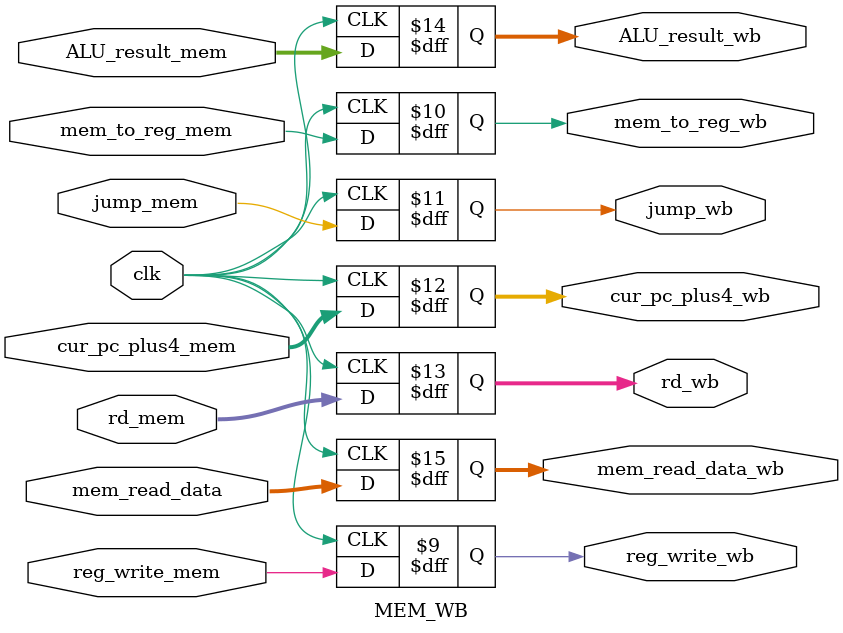
<source format=v>
`timescale 1 ns / 1 ps

module MEM_WB(
    input clk,
    input reg_write_mem,
    input mem_to_reg_mem, 
    input jump_mem,
    input [31:0] cur_pc_plus4_mem,
    input [4:0] rd_mem,
    input [31:0] ALU_result_mem,
    input [31:0] mem_read_data,
    output reg reg_write_wb = 0,
    output reg mem_to_reg_wb = 0,
    output reg jump_wb = 0,
    output reg [31:0] cur_pc_plus4_wb = 0,
    output reg [4:0] rd_wb = 0,
    output reg [31:0] ALU_result_wb = 0,
    output reg [31:0] mem_read_data_wb = 0
);

    always @(posedge clk) begin
        reg_write_wb <= reg_write_mem;
        mem_to_reg_wb <= mem_to_reg_mem;
        jump_wb <= jump_mem;
        cur_pc_plus4_wb <= cur_pc_plus4_mem;
        rd_wb <= rd_mem;
        mem_read_data_wb <= mem_read_data;
        ALU_result_wb <= ALU_result_mem;
    end

endmodule 

</source>
